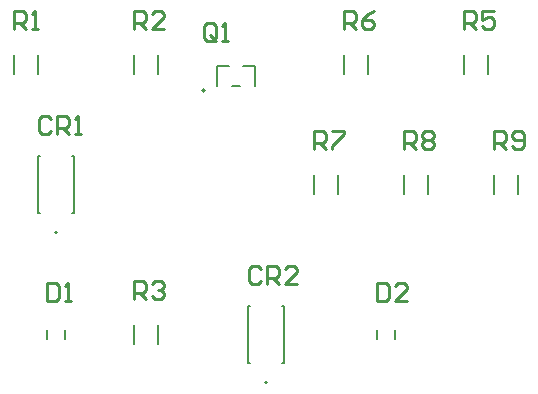
<source format=gbr>
%TF.GenerationSoftware,Altium Limited,Altium Designer,22.0.2 (36)*%
G04 Layer_Color=65535*
%FSLAX26Y26*%
%MOIN*%
%TF.SameCoordinates,18AA30F0-C86B-41F5-80B4-D111BAE5B25F*%
%TF.FilePolarity,Positive*%
%TF.FileFunction,Legend,Top*%
%TF.Part,Single*%
G01*
G75*
%TA.AperFunction,NonConductor*%
%ADD15C,0.010000*%
%ADD18C,0.006000*%
%ADD19C,0.007874*%
D15*
X6261000Y2119000D02*
Y2178981D01*
X6290990D01*
X6300987Y2168984D01*
Y2148990D01*
X6290990Y2138994D01*
X6261000D01*
X6280993D02*
X6300987Y2119000D01*
X6320981Y2128997D02*
X6330977Y2119000D01*
X6350971D01*
X6360968Y2128997D01*
Y2168984D01*
X6350971Y2178981D01*
X6330977D01*
X6320981Y2168984D01*
Y2158987D01*
X6330977Y2148990D01*
X6360968D01*
X5961000Y2119000D02*
Y2178981D01*
X5990990D01*
X6000987Y2168984D01*
Y2148990D01*
X5990990Y2138994D01*
X5961000D01*
X5980993D02*
X6000987Y2119000D01*
X6020981Y2168984D02*
X6030977Y2178981D01*
X6050971D01*
X6060968Y2168984D01*
Y2158987D01*
X6050971Y2148990D01*
X6060968Y2138994D01*
Y2128997D01*
X6050971Y2119000D01*
X6030977D01*
X6020981Y2128997D01*
Y2138994D01*
X6030977Y2148990D01*
X6020981Y2158987D01*
Y2168984D01*
X6030977Y2148990D02*
X6050971D01*
X5661000Y2119000D02*
Y2178981D01*
X5690990D01*
X5700987Y2168984D01*
Y2148990D01*
X5690990Y2138994D01*
X5661000D01*
X5680993D02*
X5700987Y2119000D01*
X5720981Y2178981D02*
X5760968D01*
Y2168984D01*
X5720981Y2128997D01*
Y2119000D01*
X5761000Y2519000D02*
Y2578981D01*
X5790990D01*
X5800987Y2568984D01*
Y2548990D01*
X5790990Y2538994D01*
X5761000D01*
X5780993D02*
X5800987Y2519000D01*
X5860968Y2578981D02*
X5840974Y2568984D01*
X5820981Y2548990D01*
Y2528997D01*
X5830977Y2519000D01*
X5850971D01*
X5860968Y2528997D01*
Y2538994D01*
X5850971Y2548990D01*
X5820981D01*
X6161000Y2519000D02*
Y2578981D01*
X6190990D01*
X6200987Y2568984D01*
Y2548990D01*
X6190990Y2538994D01*
X6161000D01*
X6180993D02*
X6200987Y2519000D01*
X6260968Y2578981D02*
X6220981D01*
Y2548990D01*
X6240974Y2558987D01*
X6250971D01*
X6260968Y2548990D01*
Y2528997D01*
X6250971Y2519000D01*
X6230977D01*
X6220981Y2528997D01*
X5061000Y1619000D02*
Y1678981D01*
X5090990D01*
X5100987Y1668984D01*
Y1648990D01*
X5090990Y1638994D01*
X5061000D01*
X5080993D02*
X5100987Y1619000D01*
X5120981Y1668984D02*
X5130977Y1678981D01*
X5150971D01*
X5160968Y1668984D01*
Y1658987D01*
X5150971Y1648990D01*
X5140974D01*
X5150971D01*
X5160968Y1638994D01*
Y1628997D01*
X5150971Y1619000D01*
X5130977D01*
X5120981Y1628997D01*
X5061000Y2519000D02*
Y2578981D01*
X5090990D01*
X5100987Y2568984D01*
Y2548990D01*
X5090990Y2538994D01*
X5061000D01*
X5080993D02*
X5100987Y2519000D01*
X5160968D02*
X5120981D01*
X5160968Y2558987D01*
Y2568984D01*
X5150971Y2578981D01*
X5130977D01*
X5120981Y2568984D01*
X4661000Y2519000D02*
Y2578981D01*
X4690990D01*
X4700987Y2568984D01*
Y2548990D01*
X4690990Y2538994D01*
X4661000D01*
X4680993D02*
X4700987Y2519000D01*
X4720981D02*
X4740974D01*
X4730977D01*
Y2578981D01*
X4720981Y2568984D01*
X5332987Y2489997D02*
Y2529984D01*
X5322990Y2539981D01*
X5302997D01*
X5293000Y2529984D01*
Y2489997D01*
X5302997Y2480000D01*
X5322990D01*
X5312993Y2499994D02*
X5332987Y2480000D01*
X5322990D02*
X5332987Y2489997D01*
X5352981Y2480000D02*
X5372974D01*
X5362977D01*
Y2539981D01*
X5352981Y2529984D01*
X5871000Y1670981D02*
Y1611000D01*
X5900990D01*
X5910987Y1620997D01*
Y1660984D01*
X5900990Y1670981D01*
X5871000D01*
X5970968Y1611000D02*
X5930981D01*
X5970968Y1650987D01*
Y1660984D01*
X5960971Y1670981D01*
X5940977D01*
X5930981Y1660984D01*
X4771000Y1670981D02*
Y1611000D01*
X4800990D01*
X4810987Y1620997D01*
Y1660984D01*
X4800990Y1670981D01*
X4771000D01*
X4830981Y1611000D02*
X4850974D01*
X4840977D01*
Y1670981D01*
X4830981Y1660984D01*
X5481987Y1718984D02*
X5471990Y1728981D01*
X5451997D01*
X5442000Y1718984D01*
Y1678997D01*
X5451997Y1669000D01*
X5471990D01*
X5481987Y1678997D01*
X5501981Y1669000D02*
Y1728981D01*
X5531971D01*
X5541968Y1718984D01*
Y1698990D01*
X5531971Y1688994D01*
X5501981D01*
X5521974D02*
X5541968Y1669000D01*
X5601948D02*
X5561961D01*
X5601948Y1708987D01*
Y1718984D01*
X5591952Y1728981D01*
X5571958D01*
X5561961Y1718984D01*
X4781987Y2218984D02*
X4771990Y2228981D01*
X4751997D01*
X4742000Y2218984D01*
Y2178997D01*
X4751997Y2169000D01*
X4771990D01*
X4781987Y2178997D01*
X4801981Y2169000D02*
Y2228981D01*
X4831971D01*
X4841968Y2218984D01*
Y2198990D01*
X4831971Y2188994D01*
X4801981D01*
X4821974D02*
X4841968Y2169000D01*
X4861961D02*
X4881955D01*
X4871958D01*
Y2228981D01*
X4861961Y2218984D01*
D18*
X5296000Y2313000D02*
G03*
X5296000Y2313000I-5000J0D01*
G01*
X4803000Y1839000D02*
G03*
X4803000Y1839000I-3000J0D01*
G01*
X5503000Y1339000D02*
G03*
X5503000Y1339000I-3000J0D01*
G01*
X4660552Y2368108D02*
Y2431892D01*
X4739448Y2368108D02*
Y2431892D01*
X5336000Y2329500D02*
Y2394500D01*
X5424100D02*
X5464000D01*
Y2329500D02*
Y2394500D01*
X5388076Y2329500D02*
X5411924D01*
X5336000Y2394500D02*
X5375900D01*
X4739500Y2094000D02*
X4746900D01*
X4860500Y1906000D02*
Y2094000D01*
X4853100D02*
X4860500D01*
X4739500Y1906000D02*
Y2094000D01*
Y1906000D02*
X4746900D01*
X4853100D02*
X4860500D01*
X5060552Y2368108D02*
Y2431892D01*
X5139448Y2368108D02*
Y2431892D01*
X6160552Y2368108D02*
Y2431892D01*
X6239448Y2368108D02*
Y2431892D01*
X5760552Y2368108D02*
Y2431892D01*
X5839448Y2368108D02*
Y2431892D01*
X6260552Y1968108D02*
Y2031892D01*
X6339448Y1968108D02*
Y2031892D01*
X5960552Y1968108D02*
Y2031892D01*
X6039448Y1968108D02*
Y2031892D01*
X5660552Y1968108D02*
Y2031892D01*
X5739448Y1968108D02*
Y2031892D01*
X5439500Y1594000D02*
X5446900D01*
X5560500Y1406000D02*
Y1594000D01*
X5553100D02*
X5560500D01*
X5439500Y1406000D02*
Y1594000D01*
Y1406000D02*
X5446900D01*
X5553100D02*
X5560500D01*
X5060552Y1468108D02*
Y1531892D01*
X5139448Y1468108D02*
Y1531892D01*
D19*
X4829528Y1484252D02*
Y1515748D01*
X4770472Y1484252D02*
Y1515748D01*
X5929528Y1484252D02*
Y1515748D01*
X5870472Y1484252D02*
Y1515748D01*
%TF.MD5,5f09dfede1325a4897c708084989f653*%
M02*

</source>
